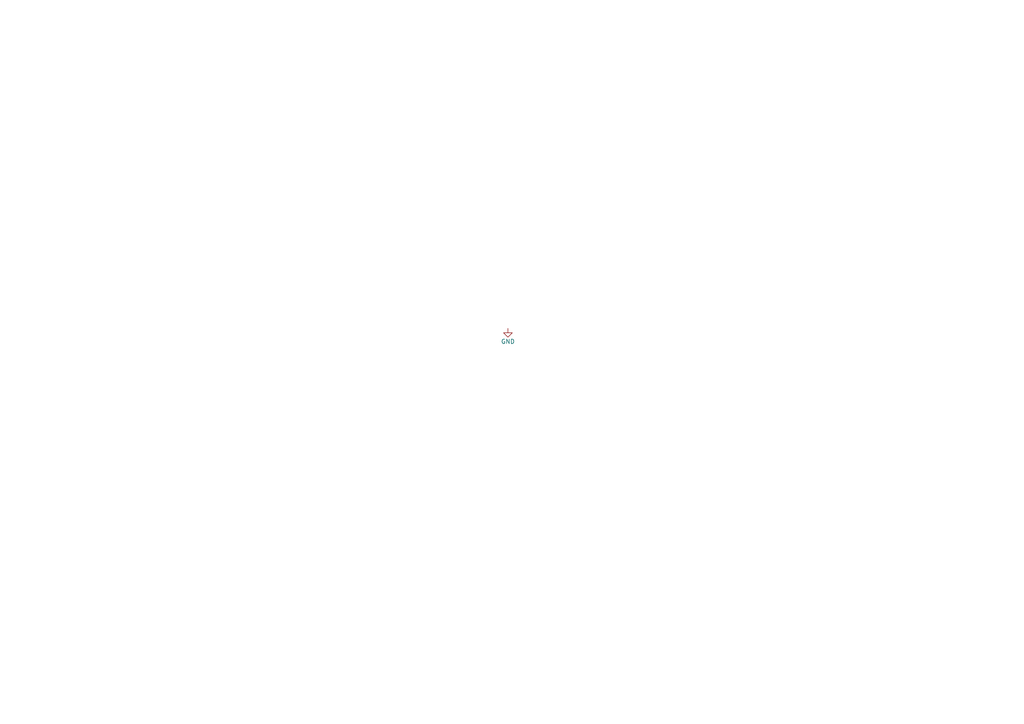
<source format=kicad_sch>
(kicad_sch (version 20230121) (generator eeschema)
  (paper "A4")
  (lib_symbols
    (symbol "Nema23_stepper-rescue:GND" (power) (pin_names (offset 0))
      (property "Value" "GND" (at 0 -3.81 0))
      (symbol "GND_0_1"
        (polyline (pts (xy 0 0) (xy 0 -1.27) (xy 1.27 -1.27) (xy 0 -2.54) (xy -1.27 -1.27) (xy 0 -1.27)))
      )
      (symbol "GND_1_1"
        (pin power_in line (at 0 0 270) (length 0) hide (name "GND") (number "1"))
      )
    )
  )
  (symbol (lib_id "Nema23_stepper-rescue:GND") (at 147.32 95.25 0) (unit 1)
    (property "Reference" "#PWR?" (effects hide))
    (property "Value" "GND" (at 147.32 99.06 0))
  )
)
</source>
